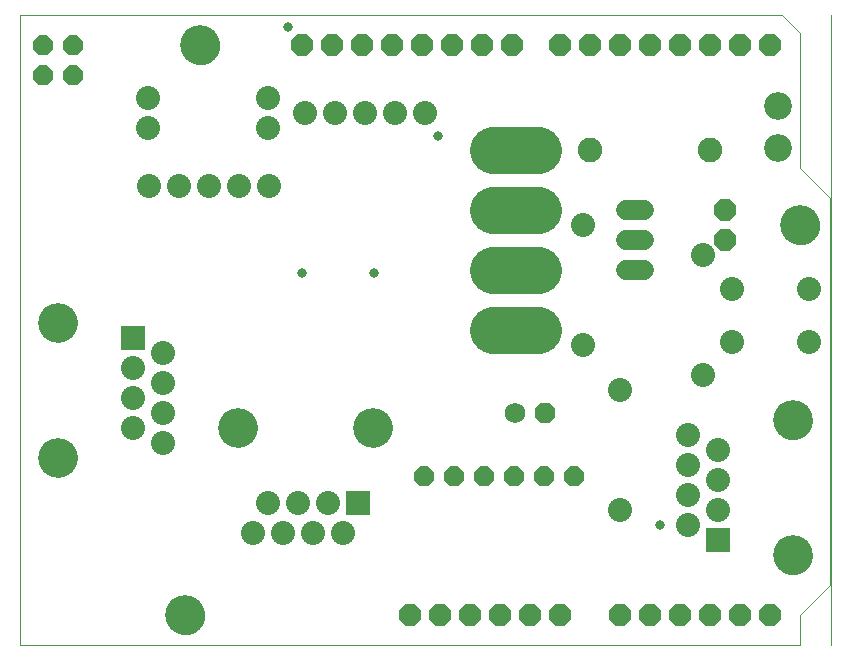
<source format=gts>
G75*
%MOIN*%
%OFA0B0*%
%FSLAX25Y25*%
%IPPOS*%
%LPD*%
%AMOC8*
5,1,8,0,0,1.08239X$1,22.5*
%
%ADD10C,0.00000*%
%ADD11OC8,0.07200*%
%ADD12C,0.13198*%
%ADD13C,0.08000*%
%ADD14R,0.08000X0.08000*%
%ADD15C,0.09200*%
%ADD16C,0.06600*%
%ADD17OC8,0.06600*%
%ADD18OC8,0.06900*%
%ADD19C,0.06900*%
%ADD20C,0.15600*%
%ADD21C,0.08200*%
%ADD22C,0.03300*%
D10*
X0031420Y0005000D02*
X0031420Y0215000D01*
X0285420Y0215000D01*
X0291420Y0209000D01*
X0291420Y0164000D01*
X0301420Y0154000D01*
X0301420Y0025000D01*
X0291420Y0015000D01*
X0291420Y0005000D01*
X0031420Y0005000D01*
X0031420Y0214961D01*
X0085121Y0205000D02*
X0085123Y0205158D01*
X0085129Y0205316D01*
X0085139Y0205474D01*
X0085153Y0205632D01*
X0085171Y0205789D01*
X0085192Y0205946D01*
X0085218Y0206102D01*
X0085248Y0206258D01*
X0085281Y0206413D01*
X0085319Y0206566D01*
X0085360Y0206719D01*
X0085405Y0206871D01*
X0085454Y0207022D01*
X0085507Y0207171D01*
X0085563Y0207319D01*
X0085623Y0207465D01*
X0085687Y0207610D01*
X0085755Y0207753D01*
X0085826Y0207895D01*
X0085900Y0208035D01*
X0085978Y0208172D01*
X0086060Y0208308D01*
X0086144Y0208442D01*
X0086233Y0208573D01*
X0086324Y0208702D01*
X0086419Y0208829D01*
X0086516Y0208954D01*
X0086617Y0209076D01*
X0086721Y0209195D01*
X0086828Y0209312D01*
X0086938Y0209426D01*
X0087051Y0209537D01*
X0087166Y0209646D01*
X0087284Y0209751D01*
X0087405Y0209853D01*
X0087528Y0209953D01*
X0087654Y0210049D01*
X0087782Y0210142D01*
X0087912Y0210232D01*
X0088045Y0210318D01*
X0088180Y0210402D01*
X0088316Y0210481D01*
X0088455Y0210558D01*
X0088596Y0210630D01*
X0088738Y0210700D01*
X0088882Y0210765D01*
X0089028Y0210827D01*
X0089175Y0210885D01*
X0089324Y0210940D01*
X0089474Y0210991D01*
X0089625Y0211038D01*
X0089777Y0211081D01*
X0089930Y0211120D01*
X0090085Y0211156D01*
X0090240Y0211187D01*
X0090396Y0211215D01*
X0090552Y0211239D01*
X0090709Y0211259D01*
X0090867Y0211275D01*
X0091024Y0211287D01*
X0091183Y0211295D01*
X0091341Y0211299D01*
X0091499Y0211299D01*
X0091657Y0211295D01*
X0091816Y0211287D01*
X0091973Y0211275D01*
X0092131Y0211259D01*
X0092288Y0211239D01*
X0092444Y0211215D01*
X0092600Y0211187D01*
X0092755Y0211156D01*
X0092910Y0211120D01*
X0093063Y0211081D01*
X0093215Y0211038D01*
X0093366Y0210991D01*
X0093516Y0210940D01*
X0093665Y0210885D01*
X0093812Y0210827D01*
X0093958Y0210765D01*
X0094102Y0210700D01*
X0094244Y0210630D01*
X0094385Y0210558D01*
X0094524Y0210481D01*
X0094660Y0210402D01*
X0094795Y0210318D01*
X0094928Y0210232D01*
X0095058Y0210142D01*
X0095186Y0210049D01*
X0095312Y0209953D01*
X0095435Y0209853D01*
X0095556Y0209751D01*
X0095674Y0209646D01*
X0095789Y0209537D01*
X0095902Y0209426D01*
X0096012Y0209312D01*
X0096119Y0209195D01*
X0096223Y0209076D01*
X0096324Y0208954D01*
X0096421Y0208829D01*
X0096516Y0208702D01*
X0096607Y0208573D01*
X0096696Y0208442D01*
X0096780Y0208308D01*
X0096862Y0208172D01*
X0096940Y0208035D01*
X0097014Y0207895D01*
X0097085Y0207753D01*
X0097153Y0207610D01*
X0097217Y0207465D01*
X0097277Y0207319D01*
X0097333Y0207171D01*
X0097386Y0207022D01*
X0097435Y0206871D01*
X0097480Y0206719D01*
X0097521Y0206566D01*
X0097559Y0206413D01*
X0097592Y0206258D01*
X0097622Y0206102D01*
X0097648Y0205946D01*
X0097669Y0205789D01*
X0097687Y0205632D01*
X0097701Y0205474D01*
X0097711Y0205316D01*
X0097717Y0205158D01*
X0097719Y0205000D01*
X0097717Y0204842D01*
X0097711Y0204684D01*
X0097701Y0204526D01*
X0097687Y0204368D01*
X0097669Y0204211D01*
X0097648Y0204054D01*
X0097622Y0203898D01*
X0097592Y0203742D01*
X0097559Y0203587D01*
X0097521Y0203434D01*
X0097480Y0203281D01*
X0097435Y0203129D01*
X0097386Y0202978D01*
X0097333Y0202829D01*
X0097277Y0202681D01*
X0097217Y0202535D01*
X0097153Y0202390D01*
X0097085Y0202247D01*
X0097014Y0202105D01*
X0096940Y0201965D01*
X0096862Y0201828D01*
X0096780Y0201692D01*
X0096696Y0201558D01*
X0096607Y0201427D01*
X0096516Y0201298D01*
X0096421Y0201171D01*
X0096324Y0201046D01*
X0096223Y0200924D01*
X0096119Y0200805D01*
X0096012Y0200688D01*
X0095902Y0200574D01*
X0095789Y0200463D01*
X0095674Y0200354D01*
X0095556Y0200249D01*
X0095435Y0200147D01*
X0095312Y0200047D01*
X0095186Y0199951D01*
X0095058Y0199858D01*
X0094928Y0199768D01*
X0094795Y0199682D01*
X0094660Y0199598D01*
X0094524Y0199519D01*
X0094385Y0199442D01*
X0094244Y0199370D01*
X0094102Y0199300D01*
X0093958Y0199235D01*
X0093812Y0199173D01*
X0093665Y0199115D01*
X0093516Y0199060D01*
X0093366Y0199009D01*
X0093215Y0198962D01*
X0093063Y0198919D01*
X0092910Y0198880D01*
X0092755Y0198844D01*
X0092600Y0198813D01*
X0092444Y0198785D01*
X0092288Y0198761D01*
X0092131Y0198741D01*
X0091973Y0198725D01*
X0091816Y0198713D01*
X0091657Y0198705D01*
X0091499Y0198701D01*
X0091341Y0198701D01*
X0091183Y0198705D01*
X0091024Y0198713D01*
X0090867Y0198725D01*
X0090709Y0198741D01*
X0090552Y0198761D01*
X0090396Y0198785D01*
X0090240Y0198813D01*
X0090085Y0198844D01*
X0089930Y0198880D01*
X0089777Y0198919D01*
X0089625Y0198962D01*
X0089474Y0199009D01*
X0089324Y0199060D01*
X0089175Y0199115D01*
X0089028Y0199173D01*
X0088882Y0199235D01*
X0088738Y0199300D01*
X0088596Y0199370D01*
X0088455Y0199442D01*
X0088316Y0199519D01*
X0088180Y0199598D01*
X0088045Y0199682D01*
X0087912Y0199768D01*
X0087782Y0199858D01*
X0087654Y0199951D01*
X0087528Y0200047D01*
X0087405Y0200147D01*
X0087284Y0200249D01*
X0087166Y0200354D01*
X0087051Y0200463D01*
X0086938Y0200574D01*
X0086828Y0200688D01*
X0086721Y0200805D01*
X0086617Y0200924D01*
X0086516Y0201046D01*
X0086419Y0201171D01*
X0086324Y0201298D01*
X0086233Y0201427D01*
X0086144Y0201558D01*
X0086060Y0201692D01*
X0085978Y0201828D01*
X0085900Y0201965D01*
X0085826Y0202105D01*
X0085755Y0202247D01*
X0085687Y0202390D01*
X0085623Y0202535D01*
X0085563Y0202681D01*
X0085507Y0202829D01*
X0085454Y0202978D01*
X0085405Y0203129D01*
X0085360Y0203281D01*
X0085319Y0203434D01*
X0085281Y0203587D01*
X0085248Y0203742D01*
X0085218Y0203898D01*
X0085192Y0204054D01*
X0085171Y0204211D01*
X0085153Y0204368D01*
X0085139Y0204526D01*
X0085129Y0204684D01*
X0085123Y0204842D01*
X0085121Y0205000D01*
X0037621Y0112500D02*
X0037623Y0112658D01*
X0037629Y0112816D01*
X0037639Y0112974D01*
X0037653Y0113132D01*
X0037671Y0113289D01*
X0037692Y0113446D01*
X0037718Y0113602D01*
X0037748Y0113758D01*
X0037781Y0113913D01*
X0037819Y0114066D01*
X0037860Y0114219D01*
X0037905Y0114371D01*
X0037954Y0114522D01*
X0038007Y0114671D01*
X0038063Y0114819D01*
X0038123Y0114965D01*
X0038187Y0115110D01*
X0038255Y0115253D01*
X0038326Y0115395D01*
X0038400Y0115535D01*
X0038478Y0115672D01*
X0038560Y0115808D01*
X0038644Y0115942D01*
X0038733Y0116073D01*
X0038824Y0116202D01*
X0038919Y0116329D01*
X0039016Y0116454D01*
X0039117Y0116576D01*
X0039221Y0116695D01*
X0039328Y0116812D01*
X0039438Y0116926D01*
X0039551Y0117037D01*
X0039666Y0117146D01*
X0039784Y0117251D01*
X0039905Y0117353D01*
X0040028Y0117453D01*
X0040154Y0117549D01*
X0040282Y0117642D01*
X0040412Y0117732D01*
X0040545Y0117818D01*
X0040680Y0117902D01*
X0040816Y0117981D01*
X0040955Y0118058D01*
X0041096Y0118130D01*
X0041238Y0118200D01*
X0041382Y0118265D01*
X0041528Y0118327D01*
X0041675Y0118385D01*
X0041824Y0118440D01*
X0041974Y0118491D01*
X0042125Y0118538D01*
X0042277Y0118581D01*
X0042430Y0118620D01*
X0042585Y0118656D01*
X0042740Y0118687D01*
X0042896Y0118715D01*
X0043052Y0118739D01*
X0043209Y0118759D01*
X0043367Y0118775D01*
X0043524Y0118787D01*
X0043683Y0118795D01*
X0043841Y0118799D01*
X0043999Y0118799D01*
X0044157Y0118795D01*
X0044316Y0118787D01*
X0044473Y0118775D01*
X0044631Y0118759D01*
X0044788Y0118739D01*
X0044944Y0118715D01*
X0045100Y0118687D01*
X0045255Y0118656D01*
X0045410Y0118620D01*
X0045563Y0118581D01*
X0045715Y0118538D01*
X0045866Y0118491D01*
X0046016Y0118440D01*
X0046165Y0118385D01*
X0046312Y0118327D01*
X0046458Y0118265D01*
X0046602Y0118200D01*
X0046744Y0118130D01*
X0046885Y0118058D01*
X0047024Y0117981D01*
X0047160Y0117902D01*
X0047295Y0117818D01*
X0047428Y0117732D01*
X0047558Y0117642D01*
X0047686Y0117549D01*
X0047812Y0117453D01*
X0047935Y0117353D01*
X0048056Y0117251D01*
X0048174Y0117146D01*
X0048289Y0117037D01*
X0048402Y0116926D01*
X0048512Y0116812D01*
X0048619Y0116695D01*
X0048723Y0116576D01*
X0048824Y0116454D01*
X0048921Y0116329D01*
X0049016Y0116202D01*
X0049107Y0116073D01*
X0049196Y0115942D01*
X0049280Y0115808D01*
X0049362Y0115672D01*
X0049440Y0115535D01*
X0049514Y0115395D01*
X0049585Y0115253D01*
X0049653Y0115110D01*
X0049717Y0114965D01*
X0049777Y0114819D01*
X0049833Y0114671D01*
X0049886Y0114522D01*
X0049935Y0114371D01*
X0049980Y0114219D01*
X0050021Y0114066D01*
X0050059Y0113913D01*
X0050092Y0113758D01*
X0050122Y0113602D01*
X0050148Y0113446D01*
X0050169Y0113289D01*
X0050187Y0113132D01*
X0050201Y0112974D01*
X0050211Y0112816D01*
X0050217Y0112658D01*
X0050219Y0112500D01*
X0050217Y0112342D01*
X0050211Y0112184D01*
X0050201Y0112026D01*
X0050187Y0111868D01*
X0050169Y0111711D01*
X0050148Y0111554D01*
X0050122Y0111398D01*
X0050092Y0111242D01*
X0050059Y0111087D01*
X0050021Y0110934D01*
X0049980Y0110781D01*
X0049935Y0110629D01*
X0049886Y0110478D01*
X0049833Y0110329D01*
X0049777Y0110181D01*
X0049717Y0110035D01*
X0049653Y0109890D01*
X0049585Y0109747D01*
X0049514Y0109605D01*
X0049440Y0109465D01*
X0049362Y0109328D01*
X0049280Y0109192D01*
X0049196Y0109058D01*
X0049107Y0108927D01*
X0049016Y0108798D01*
X0048921Y0108671D01*
X0048824Y0108546D01*
X0048723Y0108424D01*
X0048619Y0108305D01*
X0048512Y0108188D01*
X0048402Y0108074D01*
X0048289Y0107963D01*
X0048174Y0107854D01*
X0048056Y0107749D01*
X0047935Y0107647D01*
X0047812Y0107547D01*
X0047686Y0107451D01*
X0047558Y0107358D01*
X0047428Y0107268D01*
X0047295Y0107182D01*
X0047160Y0107098D01*
X0047024Y0107019D01*
X0046885Y0106942D01*
X0046744Y0106870D01*
X0046602Y0106800D01*
X0046458Y0106735D01*
X0046312Y0106673D01*
X0046165Y0106615D01*
X0046016Y0106560D01*
X0045866Y0106509D01*
X0045715Y0106462D01*
X0045563Y0106419D01*
X0045410Y0106380D01*
X0045255Y0106344D01*
X0045100Y0106313D01*
X0044944Y0106285D01*
X0044788Y0106261D01*
X0044631Y0106241D01*
X0044473Y0106225D01*
X0044316Y0106213D01*
X0044157Y0106205D01*
X0043999Y0106201D01*
X0043841Y0106201D01*
X0043683Y0106205D01*
X0043524Y0106213D01*
X0043367Y0106225D01*
X0043209Y0106241D01*
X0043052Y0106261D01*
X0042896Y0106285D01*
X0042740Y0106313D01*
X0042585Y0106344D01*
X0042430Y0106380D01*
X0042277Y0106419D01*
X0042125Y0106462D01*
X0041974Y0106509D01*
X0041824Y0106560D01*
X0041675Y0106615D01*
X0041528Y0106673D01*
X0041382Y0106735D01*
X0041238Y0106800D01*
X0041096Y0106870D01*
X0040955Y0106942D01*
X0040816Y0107019D01*
X0040680Y0107098D01*
X0040545Y0107182D01*
X0040412Y0107268D01*
X0040282Y0107358D01*
X0040154Y0107451D01*
X0040028Y0107547D01*
X0039905Y0107647D01*
X0039784Y0107749D01*
X0039666Y0107854D01*
X0039551Y0107963D01*
X0039438Y0108074D01*
X0039328Y0108188D01*
X0039221Y0108305D01*
X0039117Y0108424D01*
X0039016Y0108546D01*
X0038919Y0108671D01*
X0038824Y0108798D01*
X0038733Y0108927D01*
X0038644Y0109058D01*
X0038560Y0109192D01*
X0038478Y0109328D01*
X0038400Y0109465D01*
X0038326Y0109605D01*
X0038255Y0109747D01*
X0038187Y0109890D01*
X0038123Y0110035D01*
X0038063Y0110181D01*
X0038007Y0110329D01*
X0037954Y0110478D01*
X0037905Y0110629D01*
X0037860Y0110781D01*
X0037819Y0110934D01*
X0037781Y0111087D01*
X0037748Y0111242D01*
X0037718Y0111398D01*
X0037692Y0111554D01*
X0037671Y0111711D01*
X0037653Y0111868D01*
X0037639Y0112026D01*
X0037629Y0112184D01*
X0037623Y0112342D01*
X0037621Y0112500D01*
X0097621Y0077500D02*
X0097623Y0077658D01*
X0097629Y0077816D01*
X0097639Y0077974D01*
X0097653Y0078132D01*
X0097671Y0078289D01*
X0097692Y0078446D01*
X0097718Y0078602D01*
X0097748Y0078758D01*
X0097781Y0078913D01*
X0097819Y0079066D01*
X0097860Y0079219D01*
X0097905Y0079371D01*
X0097954Y0079522D01*
X0098007Y0079671D01*
X0098063Y0079819D01*
X0098123Y0079965D01*
X0098187Y0080110D01*
X0098255Y0080253D01*
X0098326Y0080395D01*
X0098400Y0080535D01*
X0098478Y0080672D01*
X0098560Y0080808D01*
X0098644Y0080942D01*
X0098733Y0081073D01*
X0098824Y0081202D01*
X0098919Y0081329D01*
X0099016Y0081454D01*
X0099117Y0081576D01*
X0099221Y0081695D01*
X0099328Y0081812D01*
X0099438Y0081926D01*
X0099551Y0082037D01*
X0099666Y0082146D01*
X0099784Y0082251D01*
X0099905Y0082353D01*
X0100028Y0082453D01*
X0100154Y0082549D01*
X0100282Y0082642D01*
X0100412Y0082732D01*
X0100545Y0082818D01*
X0100680Y0082902D01*
X0100816Y0082981D01*
X0100955Y0083058D01*
X0101096Y0083130D01*
X0101238Y0083200D01*
X0101382Y0083265D01*
X0101528Y0083327D01*
X0101675Y0083385D01*
X0101824Y0083440D01*
X0101974Y0083491D01*
X0102125Y0083538D01*
X0102277Y0083581D01*
X0102430Y0083620D01*
X0102585Y0083656D01*
X0102740Y0083687D01*
X0102896Y0083715D01*
X0103052Y0083739D01*
X0103209Y0083759D01*
X0103367Y0083775D01*
X0103524Y0083787D01*
X0103683Y0083795D01*
X0103841Y0083799D01*
X0103999Y0083799D01*
X0104157Y0083795D01*
X0104316Y0083787D01*
X0104473Y0083775D01*
X0104631Y0083759D01*
X0104788Y0083739D01*
X0104944Y0083715D01*
X0105100Y0083687D01*
X0105255Y0083656D01*
X0105410Y0083620D01*
X0105563Y0083581D01*
X0105715Y0083538D01*
X0105866Y0083491D01*
X0106016Y0083440D01*
X0106165Y0083385D01*
X0106312Y0083327D01*
X0106458Y0083265D01*
X0106602Y0083200D01*
X0106744Y0083130D01*
X0106885Y0083058D01*
X0107024Y0082981D01*
X0107160Y0082902D01*
X0107295Y0082818D01*
X0107428Y0082732D01*
X0107558Y0082642D01*
X0107686Y0082549D01*
X0107812Y0082453D01*
X0107935Y0082353D01*
X0108056Y0082251D01*
X0108174Y0082146D01*
X0108289Y0082037D01*
X0108402Y0081926D01*
X0108512Y0081812D01*
X0108619Y0081695D01*
X0108723Y0081576D01*
X0108824Y0081454D01*
X0108921Y0081329D01*
X0109016Y0081202D01*
X0109107Y0081073D01*
X0109196Y0080942D01*
X0109280Y0080808D01*
X0109362Y0080672D01*
X0109440Y0080535D01*
X0109514Y0080395D01*
X0109585Y0080253D01*
X0109653Y0080110D01*
X0109717Y0079965D01*
X0109777Y0079819D01*
X0109833Y0079671D01*
X0109886Y0079522D01*
X0109935Y0079371D01*
X0109980Y0079219D01*
X0110021Y0079066D01*
X0110059Y0078913D01*
X0110092Y0078758D01*
X0110122Y0078602D01*
X0110148Y0078446D01*
X0110169Y0078289D01*
X0110187Y0078132D01*
X0110201Y0077974D01*
X0110211Y0077816D01*
X0110217Y0077658D01*
X0110219Y0077500D01*
X0110217Y0077342D01*
X0110211Y0077184D01*
X0110201Y0077026D01*
X0110187Y0076868D01*
X0110169Y0076711D01*
X0110148Y0076554D01*
X0110122Y0076398D01*
X0110092Y0076242D01*
X0110059Y0076087D01*
X0110021Y0075934D01*
X0109980Y0075781D01*
X0109935Y0075629D01*
X0109886Y0075478D01*
X0109833Y0075329D01*
X0109777Y0075181D01*
X0109717Y0075035D01*
X0109653Y0074890D01*
X0109585Y0074747D01*
X0109514Y0074605D01*
X0109440Y0074465D01*
X0109362Y0074328D01*
X0109280Y0074192D01*
X0109196Y0074058D01*
X0109107Y0073927D01*
X0109016Y0073798D01*
X0108921Y0073671D01*
X0108824Y0073546D01*
X0108723Y0073424D01*
X0108619Y0073305D01*
X0108512Y0073188D01*
X0108402Y0073074D01*
X0108289Y0072963D01*
X0108174Y0072854D01*
X0108056Y0072749D01*
X0107935Y0072647D01*
X0107812Y0072547D01*
X0107686Y0072451D01*
X0107558Y0072358D01*
X0107428Y0072268D01*
X0107295Y0072182D01*
X0107160Y0072098D01*
X0107024Y0072019D01*
X0106885Y0071942D01*
X0106744Y0071870D01*
X0106602Y0071800D01*
X0106458Y0071735D01*
X0106312Y0071673D01*
X0106165Y0071615D01*
X0106016Y0071560D01*
X0105866Y0071509D01*
X0105715Y0071462D01*
X0105563Y0071419D01*
X0105410Y0071380D01*
X0105255Y0071344D01*
X0105100Y0071313D01*
X0104944Y0071285D01*
X0104788Y0071261D01*
X0104631Y0071241D01*
X0104473Y0071225D01*
X0104316Y0071213D01*
X0104157Y0071205D01*
X0103999Y0071201D01*
X0103841Y0071201D01*
X0103683Y0071205D01*
X0103524Y0071213D01*
X0103367Y0071225D01*
X0103209Y0071241D01*
X0103052Y0071261D01*
X0102896Y0071285D01*
X0102740Y0071313D01*
X0102585Y0071344D01*
X0102430Y0071380D01*
X0102277Y0071419D01*
X0102125Y0071462D01*
X0101974Y0071509D01*
X0101824Y0071560D01*
X0101675Y0071615D01*
X0101528Y0071673D01*
X0101382Y0071735D01*
X0101238Y0071800D01*
X0101096Y0071870D01*
X0100955Y0071942D01*
X0100816Y0072019D01*
X0100680Y0072098D01*
X0100545Y0072182D01*
X0100412Y0072268D01*
X0100282Y0072358D01*
X0100154Y0072451D01*
X0100028Y0072547D01*
X0099905Y0072647D01*
X0099784Y0072749D01*
X0099666Y0072854D01*
X0099551Y0072963D01*
X0099438Y0073074D01*
X0099328Y0073188D01*
X0099221Y0073305D01*
X0099117Y0073424D01*
X0099016Y0073546D01*
X0098919Y0073671D01*
X0098824Y0073798D01*
X0098733Y0073927D01*
X0098644Y0074058D01*
X0098560Y0074192D01*
X0098478Y0074328D01*
X0098400Y0074465D01*
X0098326Y0074605D01*
X0098255Y0074747D01*
X0098187Y0074890D01*
X0098123Y0075035D01*
X0098063Y0075181D01*
X0098007Y0075329D01*
X0097954Y0075478D01*
X0097905Y0075629D01*
X0097860Y0075781D01*
X0097819Y0075934D01*
X0097781Y0076087D01*
X0097748Y0076242D01*
X0097718Y0076398D01*
X0097692Y0076554D01*
X0097671Y0076711D01*
X0097653Y0076868D01*
X0097639Y0077026D01*
X0097629Y0077184D01*
X0097623Y0077342D01*
X0097621Y0077500D01*
X0142621Y0077500D02*
X0142623Y0077658D01*
X0142629Y0077816D01*
X0142639Y0077974D01*
X0142653Y0078132D01*
X0142671Y0078289D01*
X0142692Y0078446D01*
X0142718Y0078602D01*
X0142748Y0078758D01*
X0142781Y0078913D01*
X0142819Y0079066D01*
X0142860Y0079219D01*
X0142905Y0079371D01*
X0142954Y0079522D01*
X0143007Y0079671D01*
X0143063Y0079819D01*
X0143123Y0079965D01*
X0143187Y0080110D01*
X0143255Y0080253D01*
X0143326Y0080395D01*
X0143400Y0080535D01*
X0143478Y0080672D01*
X0143560Y0080808D01*
X0143644Y0080942D01*
X0143733Y0081073D01*
X0143824Y0081202D01*
X0143919Y0081329D01*
X0144016Y0081454D01*
X0144117Y0081576D01*
X0144221Y0081695D01*
X0144328Y0081812D01*
X0144438Y0081926D01*
X0144551Y0082037D01*
X0144666Y0082146D01*
X0144784Y0082251D01*
X0144905Y0082353D01*
X0145028Y0082453D01*
X0145154Y0082549D01*
X0145282Y0082642D01*
X0145412Y0082732D01*
X0145545Y0082818D01*
X0145680Y0082902D01*
X0145816Y0082981D01*
X0145955Y0083058D01*
X0146096Y0083130D01*
X0146238Y0083200D01*
X0146382Y0083265D01*
X0146528Y0083327D01*
X0146675Y0083385D01*
X0146824Y0083440D01*
X0146974Y0083491D01*
X0147125Y0083538D01*
X0147277Y0083581D01*
X0147430Y0083620D01*
X0147585Y0083656D01*
X0147740Y0083687D01*
X0147896Y0083715D01*
X0148052Y0083739D01*
X0148209Y0083759D01*
X0148367Y0083775D01*
X0148524Y0083787D01*
X0148683Y0083795D01*
X0148841Y0083799D01*
X0148999Y0083799D01*
X0149157Y0083795D01*
X0149316Y0083787D01*
X0149473Y0083775D01*
X0149631Y0083759D01*
X0149788Y0083739D01*
X0149944Y0083715D01*
X0150100Y0083687D01*
X0150255Y0083656D01*
X0150410Y0083620D01*
X0150563Y0083581D01*
X0150715Y0083538D01*
X0150866Y0083491D01*
X0151016Y0083440D01*
X0151165Y0083385D01*
X0151312Y0083327D01*
X0151458Y0083265D01*
X0151602Y0083200D01*
X0151744Y0083130D01*
X0151885Y0083058D01*
X0152024Y0082981D01*
X0152160Y0082902D01*
X0152295Y0082818D01*
X0152428Y0082732D01*
X0152558Y0082642D01*
X0152686Y0082549D01*
X0152812Y0082453D01*
X0152935Y0082353D01*
X0153056Y0082251D01*
X0153174Y0082146D01*
X0153289Y0082037D01*
X0153402Y0081926D01*
X0153512Y0081812D01*
X0153619Y0081695D01*
X0153723Y0081576D01*
X0153824Y0081454D01*
X0153921Y0081329D01*
X0154016Y0081202D01*
X0154107Y0081073D01*
X0154196Y0080942D01*
X0154280Y0080808D01*
X0154362Y0080672D01*
X0154440Y0080535D01*
X0154514Y0080395D01*
X0154585Y0080253D01*
X0154653Y0080110D01*
X0154717Y0079965D01*
X0154777Y0079819D01*
X0154833Y0079671D01*
X0154886Y0079522D01*
X0154935Y0079371D01*
X0154980Y0079219D01*
X0155021Y0079066D01*
X0155059Y0078913D01*
X0155092Y0078758D01*
X0155122Y0078602D01*
X0155148Y0078446D01*
X0155169Y0078289D01*
X0155187Y0078132D01*
X0155201Y0077974D01*
X0155211Y0077816D01*
X0155217Y0077658D01*
X0155219Y0077500D01*
X0155217Y0077342D01*
X0155211Y0077184D01*
X0155201Y0077026D01*
X0155187Y0076868D01*
X0155169Y0076711D01*
X0155148Y0076554D01*
X0155122Y0076398D01*
X0155092Y0076242D01*
X0155059Y0076087D01*
X0155021Y0075934D01*
X0154980Y0075781D01*
X0154935Y0075629D01*
X0154886Y0075478D01*
X0154833Y0075329D01*
X0154777Y0075181D01*
X0154717Y0075035D01*
X0154653Y0074890D01*
X0154585Y0074747D01*
X0154514Y0074605D01*
X0154440Y0074465D01*
X0154362Y0074328D01*
X0154280Y0074192D01*
X0154196Y0074058D01*
X0154107Y0073927D01*
X0154016Y0073798D01*
X0153921Y0073671D01*
X0153824Y0073546D01*
X0153723Y0073424D01*
X0153619Y0073305D01*
X0153512Y0073188D01*
X0153402Y0073074D01*
X0153289Y0072963D01*
X0153174Y0072854D01*
X0153056Y0072749D01*
X0152935Y0072647D01*
X0152812Y0072547D01*
X0152686Y0072451D01*
X0152558Y0072358D01*
X0152428Y0072268D01*
X0152295Y0072182D01*
X0152160Y0072098D01*
X0152024Y0072019D01*
X0151885Y0071942D01*
X0151744Y0071870D01*
X0151602Y0071800D01*
X0151458Y0071735D01*
X0151312Y0071673D01*
X0151165Y0071615D01*
X0151016Y0071560D01*
X0150866Y0071509D01*
X0150715Y0071462D01*
X0150563Y0071419D01*
X0150410Y0071380D01*
X0150255Y0071344D01*
X0150100Y0071313D01*
X0149944Y0071285D01*
X0149788Y0071261D01*
X0149631Y0071241D01*
X0149473Y0071225D01*
X0149316Y0071213D01*
X0149157Y0071205D01*
X0148999Y0071201D01*
X0148841Y0071201D01*
X0148683Y0071205D01*
X0148524Y0071213D01*
X0148367Y0071225D01*
X0148209Y0071241D01*
X0148052Y0071261D01*
X0147896Y0071285D01*
X0147740Y0071313D01*
X0147585Y0071344D01*
X0147430Y0071380D01*
X0147277Y0071419D01*
X0147125Y0071462D01*
X0146974Y0071509D01*
X0146824Y0071560D01*
X0146675Y0071615D01*
X0146528Y0071673D01*
X0146382Y0071735D01*
X0146238Y0071800D01*
X0146096Y0071870D01*
X0145955Y0071942D01*
X0145816Y0072019D01*
X0145680Y0072098D01*
X0145545Y0072182D01*
X0145412Y0072268D01*
X0145282Y0072358D01*
X0145154Y0072451D01*
X0145028Y0072547D01*
X0144905Y0072647D01*
X0144784Y0072749D01*
X0144666Y0072854D01*
X0144551Y0072963D01*
X0144438Y0073074D01*
X0144328Y0073188D01*
X0144221Y0073305D01*
X0144117Y0073424D01*
X0144016Y0073546D01*
X0143919Y0073671D01*
X0143824Y0073798D01*
X0143733Y0073927D01*
X0143644Y0074058D01*
X0143560Y0074192D01*
X0143478Y0074328D01*
X0143400Y0074465D01*
X0143326Y0074605D01*
X0143255Y0074747D01*
X0143187Y0074890D01*
X0143123Y0075035D01*
X0143063Y0075181D01*
X0143007Y0075329D01*
X0142954Y0075478D01*
X0142905Y0075629D01*
X0142860Y0075781D01*
X0142819Y0075934D01*
X0142781Y0076087D01*
X0142748Y0076242D01*
X0142718Y0076398D01*
X0142692Y0076554D01*
X0142671Y0076711D01*
X0142653Y0076868D01*
X0142639Y0077026D01*
X0142629Y0077184D01*
X0142623Y0077342D01*
X0142621Y0077500D01*
X0080121Y0015000D02*
X0080123Y0015158D01*
X0080129Y0015316D01*
X0080139Y0015474D01*
X0080153Y0015632D01*
X0080171Y0015789D01*
X0080192Y0015946D01*
X0080218Y0016102D01*
X0080248Y0016258D01*
X0080281Y0016413D01*
X0080319Y0016566D01*
X0080360Y0016719D01*
X0080405Y0016871D01*
X0080454Y0017022D01*
X0080507Y0017171D01*
X0080563Y0017319D01*
X0080623Y0017465D01*
X0080687Y0017610D01*
X0080755Y0017753D01*
X0080826Y0017895D01*
X0080900Y0018035D01*
X0080978Y0018172D01*
X0081060Y0018308D01*
X0081144Y0018442D01*
X0081233Y0018573D01*
X0081324Y0018702D01*
X0081419Y0018829D01*
X0081516Y0018954D01*
X0081617Y0019076D01*
X0081721Y0019195D01*
X0081828Y0019312D01*
X0081938Y0019426D01*
X0082051Y0019537D01*
X0082166Y0019646D01*
X0082284Y0019751D01*
X0082405Y0019853D01*
X0082528Y0019953D01*
X0082654Y0020049D01*
X0082782Y0020142D01*
X0082912Y0020232D01*
X0083045Y0020318D01*
X0083180Y0020402D01*
X0083316Y0020481D01*
X0083455Y0020558D01*
X0083596Y0020630D01*
X0083738Y0020700D01*
X0083882Y0020765D01*
X0084028Y0020827D01*
X0084175Y0020885D01*
X0084324Y0020940D01*
X0084474Y0020991D01*
X0084625Y0021038D01*
X0084777Y0021081D01*
X0084930Y0021120D01*
X0085085Y0021156D01*
X0085240Y0021187D01*
X0085396Y0021215D01*
X0085552Y0021239D01*
X0085709Y0021259D01*
X0085867Y0021275D01*
X0086024Y0021287D01*
X0086183Y0021295D01*
X0086341Y0021299D01*
X0086499Y0021299D01*
X0086657Y0021295D01*
X0086816Y0021287D01*
X0086973Y0021275D01*
X0087131Y0021259D01*
X0087288Y0021239D01*
X0087444Y0021215D01*
X0087600Y0021187D01*
X0087755Y0021156D01*
X0087910Y0021120D01*
X0088063Y0021081D01*
X0088215Y0021038D01*
X0088366Y0020991D01*
X0088516Y0020940D01*
X0088665Y0020885D01*
X0088812Y0020827D01*
X0088958Y0020765D01*
X0089102Y0020700D01*
X0089244Y0020630D01*
X0089385Y0020558D01*
X0089524Y0020481D01*
X0089660Y0020402D01*
X0089795Y0020318D01*
X0089928Y0020232D01*
X0090058Y0020142D01*
X0090186Y0020049D01*
X0090312Y0019953D01*
X0090435Y0019853D01*
X0090556Y0019751D01*
X0090674Y0019646D01*
X0090789Y0019537D01*
X0090902Y0019426D01*
X0091012Y0019312D01*
X0091119Y0019195D01*
X0091223Y0019076D01*
X0091324Y0018954D01*
X0091421Y0018829D01*
X0091516Y0018702D01*
X0091607Y0018573D01*
X0091696Y0018442D01*
X0091780Y0018308D01*
X0091862Y0018172D01*
X0091940Y0018035D01*
X0092014Y0017895D01*
X0092085Y0017753D01*
X0092153Y0017610D01*
X0092217Y0017465D01*
X0092277Y0017319D01*
X0092333Y0017171D01*
X0092386Y0017022D01*
X0092435Y0016871D01*
X0092480Y0016719D01*
X0092521Y0016566D01*
X0092559Y0016413D01*
X0092592Y0016258D01*
X0092622Y0016102D01*
X0092648Y0015946D01*
X0092669Y0015789D01*
X0092687Y0015632D01*
X0092701Y0015474D01*
X0092711Y0015316D01*
X0092717Y0015158D01*
X0092719Y0015000D01*
X0092717Y0014842D01*
X0092711Y0014684D01*
X0092701Y0014526D01*
X0092687Y0014368D01*
X0092669Y0014211D01*
X0092648Y0014054D01*
X0092622Y0013898D01*
X0092592Y0013742D01*
X0092559Y0013587D01*
X0092521Y0013434D01*
X0092480Y0013281D01*
X0092435Y0013129D01*
X0092386Y0012978D01*
X0092333Y0012829D01*
X0092277Y0012681D01*
X0092217Y0012535D01*
X0092153Y0012390D01*
X0092085Y0012247D01*
X0092014Y0012105D01*
X0091940Y0011965D01*
X0091862Y0011828D01*
X0091780Y0011692D01*
X0091696Y0011558D01*
X0091607Y0011427D01*
X0091516Y0011298D01*
X0091421Y0011171D01*
X0091324Y0011046D01*
X0091223Y0010924D01*
X0091119Y0010805D01*
X0091012Y0010688D01*
X0090902Y0010574D01*
X0090789Y0010463D01*
X0090674Y0010354D01*
X0090556Y0010249D01*
X0090435Y0010147D01*
X0090312Y0010047D01*
X0090186Y0009951D01*
X0090058Y0009858D01*
X0089928Y0009768D01*
X0089795Y0009682D01*
X0089660Y0009598D01*
X0089524Y0009519D01*
X0089385Y0009442D01*
X0089244Y0009370D01*
X0089102Y0009300D01*
X0088958Y0009235D01*
X0088812Y0009173D01*
X0088665Y0009115D01*
X0088516Y0009060D01*
X0088366Y0009009D01*
X0088215Y0008962D01*
X0088063Y0008919D01*
X0087910Y0008880D01*
X0087755Y0008844D01*
X0087600Y0008813D01*
X0087444Y0008785D01*
X0087288Y0008761D01*
X0087131Y0008741D01*
X0086973Y0008725D01*
X0086816Y0008713D01*
X0086657Y0008705D01*
X0086499Y0008701D01*
X0086341Y0008701D01*
X0086183Y0008705D01*
X0086024Y0008713D01*
X0085867Y0008725D01*
X0085709Y0008741D01*
X0085552Y0008761D01*
X0085396Y0008785D01*
X0085240Y0008813D01*
X0085085Y0008844D01*
X0084930Y0008880D01*
X0084777Y0008919D01*
X0084625Y0008962D01*
X0084474Y0009009D01*
X0084324Y0009060D01*
X0084175Y0009115D01*
X0084028Y0009173D01*
X0083882Y0009235D01*
X0083738Y0009300D01*
X0083596Y0009370D01*
X0083455Y0009442D01*
X0083316Y0009519D01*
X0083180Y0009598D01*
X0083045Y0009682D01*
X0082912Y0009768D01*
X0082782Y0009858D01*
X0082654Y0009951D01*
X0082528Y0010047D01*
X0082405Y0010147D01*
X0082284Y0010249D01*
X0082166Y0010354D01*
X0082051Y0010463D01*
X0081938Y0010574D01*
X0081828Y0010688D01*
X0081721Y0010805D01*
X0081617Y0010924D01*
X0081516Y0011046D01*
X0081419Y0011171D01*
X0081324Y0011298D01*
X0081233Y0011427D01*
X0081144Y0011558D01*
X0081060Y0011692D01*
X0080978Y0011828D01*
X0080900Y0011965D01*
X0080826Y0012105D01*
X0080755Y0012247D01*
X0080687Y0012390D01*
X0080623Y0012535D01*
X0080563Y0012681D01*
X0080507Y0012829D01*
X0080454Y0012978D01*
X0080405Y0013129D01*
X0080360Y0013281D01*
X0080319Y0013434D01*
X0080281Y0013587D01*
X0080248Y0013742D01*
X0080218Y0013898D01*
X0080192Y0014054D01*
X0080171Y0014211D01*
X0080153Y0014368D01*
X0080139Y0014526D01*
X0080129Y0014684D01*
X0080123Y0014842D01*
X0080121Y0015000D01*
X0037621Y0067500D02*
X0037623Y0067658D01*
X0037629Y0067816D01*
X0037639Y0067974D01*
X0037653Y0068132D01*
X0037671Y0068289D01*
X0037692Y0068446D01*
X0037718Y0068602D01*
X0037748Y0068758D01*
X0037781Y0068913D01*
X0037819Y0069066D01*
X0037860Y0069219D01*
X0037905Y0069371D01*
X0037954Y0069522D01*
X0038007Y0069671D01*
X0038063Y0069819D01*
X0038123Y0069965D01*
X0038187Y0070110D01*
X0038255Y0070253D01*
X0038326Y0070395D01*
X0038400Y0070535D01*
X0038478Y0070672D01*
X0038560Y0070808D01*
X0038644Y0070942D01*
X0038733Y0071073D01*
X0038824Y0071202D01*
X0038919Y0071329D01*
X0039016Y0071454D01*
X0039117Y0071576D01*
X0039221Y0071695D01*
X0039328Y0071812D01*
X0039438Y0071926D01*
X0039551Y0072037D01*
X0039666Y0072146D01*
X0039784Y0072251D01*
X0039905Y0072353D01*
X0040028Y0072453D01*
X0040154Y0072549D01*
X0040282Y0072642D01*
X0040412Y0072732D01*
X0040545Y0072818D01*
X0040680Y0072902D01*
X0040816Y0072981D01*
X0040955Y0073058D01*
X0041096Y0073130D01*
X0041238Y0073200D01*
X0041382Y0073265D01*
X0041528Y0073327D01*
X0041675Y0073385D01*
X0041824Y0073440D01*
X0041974Y0073491D01*
X0042125Y0073538D01*
X0042277Y0073581D01*
X0042430Y0073620D01*
X0042585Y0073656D01*
X0042740Y0073687D01*
X0042896Y0073715D01*
X0043052Y0073739D01*
X0043209Y0073759D01*
X0043367Y0073775D01*
X0043524Y0073787D01*
X0043683Y0073795D01*
X0043841Y0073799D01*
X0043999Y0073799D01*
X0044157Y0073795D01*
X0044316Y0073787D01*
X0044473Y0073775D01*
X0044631Y0073759D01*
X0044788Y0073739D01*
X0044944Y0073715D01*
X0045100Y0073687D01*
X0045255Y0073656D01*
X0045410Y0073620D01*
X0045563Y0073581D01*
X0045715Y0073538D01*
X0045866Y0073491D01*
X0046016Y0073440D01*
X0046165Y0073385D01*
X0046312Y0073327D01*
X0046458Y0073265D01*
X0046602Y0073200D01*
X0046744Y0073130D01*
X0046885Y0073058D01*
X0047024Y0072981D01*
X0047160Y0072902D01*
X0047295Y0072818D01*
X0047428Y0072732D01*
X0047558Y0072642D01*
X0047686Y0072549D01*
X0047812Y0072453D01*
X0047935Y0072353D01*
X0048056Y0072251D01*
X0048174Y0072146D01*
X0048289Y0072037D01*
X0048402Y0071926D01*
X0048512Y0071812D01*
X0048619Y0071695D01*
X0048723Y0071576D01*
X0048824Y0071454D01*
X0048921Y0071329D01*
X0049016Y0071202D01*
X0049107Y0071073D01*
X0049196Y0070942D01*
X0049280Y0070808D01*
X0049362Y0070672D01*
X0049440Y0070535D01*
X0049514Y0070395D01*
X0049585Y0070253D01*
X0049653Y0070110D01*
X0049717Y0069965D01*
X0049777Y0069819D01*
X0049833Y0069671D01*
X0049886Y0069522D01*
X0049935Y0069371D01*
X0049980Y0069219D01*
X0050021Y0069066D01*
X0050059Y0068913D01*
X0050092Y0068758D01*
X0050122Y0068602D01*
X0050148Y0068446D01*
X0050169Y0068289D01*
X0050187Y0068132D01*
X0050201Y0067974D01*
X0050211Y0067816D01*
X0050217Y0067658D01*
X0050219Y0067500D01*
X0050217Y0067342D01*
X0050211Y0067184D01*
X0050201Y0067026D01*
X0050187Y0066868D01*
X0050169Y0066711D01*
X0050148Y0066554D01*
X0050122Y0066398D01*
X0050092Y0066242D01*
X0050059Y0066087D01*
X0050021Y0065934D01*
X0049980Y0065781D01*
X0049935Y0065629D01*
X0049886Y0065478D01*
X0049833Y0065329D01*
X0049777Y0065181D01*
X0049717Y0065035D01*
X0049653Y0064890D01*
X0049585Y0064747D01*
X0049514Y0064605D01*
X0049440Y0064465D01*
X0049362Y0064328D01*
X0049280Y0064192D01*
X0049196Y0064058D01*
X0049107Y0063927D01*
X0049016Y0063798D01*
X0048921Y0063671D01*
X0048824Y0063546D01*
X0048723Y0063424D01*
X0048619Y0063305D01*
X0048512Y0063188D01*
X0048402Y0063074D01*
X0048289Y0062963D01*
X0048174Y0062854D01*
X0048056Y0062749D01*
X0047935Y0062647D01*
X0047812Y0062547D01*
X0047686Y0062451D01*
X0047558Y0062358D01*
X0047428Y0062268D01*
X0047295Y0062182D01*
X0047160Y0062098D01*
X0047024Y0062019D01*
X0046885Y0061942D01*
X0046744Y0061870D01*
X0046602Y0061800D01*
X0046458Y0061735D01*
X0046312Y0061673D01*
X0046165Y0061615D01*
X0046016Y0061560D01*
X0045866Y0061509D01*
X0045715Y0061462D01*
X0045563Y0061419D01*
X0045410Y0061380D01*
X0045255Y0061344D01*
X0045100Y0061313D01*
X0044944Y0061285D01*
X0044788Y0061261D01*
X0044631Y0061241D01*
X0044473Y0061225D01*
X0044316Y0061213D01*
X0044157Y0061205D01*
X0043999Y0061201D01*
X0043841Y0061201D01*
X0043683Y0061205D01*
X0043524Y0061213D01*
X0043367Y0061225D01*
X0043209Y0061241D01*
X0043052Y0061261D01*
X0042896Y0061285D01*
X0042740Y0061313D01*
X0042585Y0061344D01*
X0042430Y0061380D01*
X0042277Y0061419D01*
X0042125Y0061462D01*
X0041974Y0061509D01*
X0041824Y0061560D01*
X0041675Y0061615D01*
X0041528Y0061673D01*
X0041382Y0061735D01*
X0041238Y0061800D01*
X0041096Y0061870D01*
X0040955Y0061942D01*
X0040816Y0062019D01*
X0040680Y0062098D01*
X0040545Y0062182D01*
X0040412Y0062268D01*
X0040282Y0062358D01*
X0040154Y0062451D01*
X0040028Y0062547D01*
X0039905Y0062647D01*
X0039784Y0062749D01*
X0039666Y0062854D01*
X0039551Y0062963D01*
X0039438Y0063074D01*
X0039328Y0063188D01*
X0039221Y0063305D01*
X0039117Y0063424D01*
X0039016Y0063546D01*
X0038919Y0063671D01*
X0038824Y0063798D01*
X0038733Y0063927D01*
X0038644Y0064058D01*
X0038560Y0064192D01*
X0038478Y0064328D01*
X0038400Y0064465D01*
X0038326Y0064605D01*
X0038255Y0064747D01*
X0038187Y0064890D01*
X0038123Y0065035D01*
X0038063Y0065181D01*
X0038007Y0065329D01*
X0037954Y0065478D01*
X0037905Y0065629D01*
X0037860Y0065781D01*
X0037819Y0065934D01*
X0037781Y0066087D01*
X0037748Y0066242D01*
X0037718Y0066398D01*
X0037692Y0066554D01*
X0037671Y0066711D01*
X0037653Y0066868D01*
X0037639Y0067026D01*
X0037629Y0067184D01*
X0037623Y0067342D01*
X0037621Y0067500D01*
X0282621Y0080000D02*
X0282623Y0080158D01*
X0282629Y0080316D01*
X0282639Y0080474D01*
X0282653Y0080632D01*
X0282671Y0080789D01*
X0282692Y0080946D01*
X0282718Y0081102D01*
X0282748Y0081258D01*
X0282781Y0081413D01*
X0282819Y0081566D01*
X0282860Y0081719D01*
X0282905Y0081871D01*
X0282954Y0082022D01*
X0283007Y0082171D01*
X0283063Y0082319D01*
X0283123Y0082465D01*
X0283187Y0082610D01*
X0283255Y0082753D01*
X0283326Y0082895D01*
X0283400Y0083035D01*
X0283478Y0083172D01*
X0283560Y0083308D01*
X0283644Y0083442D01*
X0283733Y0083573D01*
X0283824Y0083702D01*
X0283919Y0083829D01*
X0284016Y0083954D01*
X0284117Y0084076D01*
X0284221Y0084195D01*
X0284328Y0084312D01*
X0284438Y0084426D01*
X0284551Y0084537D01*
X0284666Y0084646D01*
X0284784Y0084751D01*
X0284905Y0084853D01*
X0285028Y0084953D01*
X0285154Y0085049D01*
X0285282Y0085142D01*
X0285412Y0085232D01*
X0285545Y0085318D01*
X0285680Y0085402D01*
X0285816Y0085481D01*
X0285955Y0085558D01*
X0286096Y0085630D01*
X0286238Y0085700D01*
X0286382Y0085765D01*
X0286528Y0085827D01*
X0286675Y0085885D01*
X0286824Y0085940D01*
X0286974Y0085991D01*
X0287125Y0086038D01*
X0287277Y0086081D01*
X0287430Y0086120D01*
X0287585Y0086156D01*
X0287740Y0086187D01*
X0287896Y0086215D01*
X0288052Y0086239D01*
X0288209Y0086259D01*
X0288367Y0086275D01*
X0288524Y0086287D01*
X0288683Y0086295D01*
X0288841Y0086299D01*
X0288999Y0086299D01*
X0289157Y0086295D01*
X0289316Y0086287D01*
X0289473Y0086275D01*
X0289631Y0086259D01*
X0289788Y0086239D01*
X0289944Y0086215D01*
X0290100Y0086187D01*
X0290255Y0086156D01*
X0290410Y0086120D01*
X0290563Y0086081D01*
X0290715Y0086038D01*
X0290866Y0085991D01*
X0291016Y0085940D01*
X0291165Y0085885D01*
X0291312Y0085827D01*
X0291458Y0085765D01*
X0291602Y0085700D01*
X0291744Y0085630D01*
X0291885Y0085558D01*
X0292024Y0085481D01*
X0292160Y0085402D01*
X0292295Y0085318D01*
X0292428Y0085232D01*
X0292558Y0085142D01*
X0292686Y0085049D01*
X0292812Y0084953D01*
X0292935Y0084853D01*
X0293056Y0084751D01*
X0293174Y0084646D01*
X0293289Y0084537D01*
X0293402Y0084426D01*
X0293512Y0084312D01*
X0293619Y0084195D01*
X0293723Y0084076D01*
X0293824Y0083954D01*
X0293921Y0083829D01*
X0294016Y0083702D01*
X0294107Y0083573D01*
X0294196Y0083442D01*
X0294280Y0083308D01*
X0294362Y0083172D01*
X0294440Y0083035D01*
X0294514Y0082895D01*
X0294585Y0082753D01*
X0294653Y0082610D01*
X0294717Y0082465D01*
X0294777Y0082319D01*
X0294833Y0082171D01*
X0294886Y0082022D01*
X0294935Y0081871D01*
X0294980Y0081719D01*
X0295021Y0081566D01*
X0295059Y0081413D01*
X0295092Y0081258D01*
X0295122Y0081102D01*
X0295148Y0080946D01*
X0295169Y0080789D01*
X0295187Y0080632D01*
X0295201Y0080474D01*
X0295211Y0080316D01*
X0295217Y0080158D01*
X0295219Y0080000D01*
X0295217Y0079842D01*
X0295211Y0079684D01*
X0295201Y0079526D01*
X0295187Y0079368D01*
X0295169Y0079211D01*
X0295148Y0079054D01*
X0295122Y0078898D01*
X0295092Y0078742D01*
X0295059Y0078587D01*
X0295021Y0078434D01*
X0294980Y0078281D01*
X0294935Y0078129D01*
X0294886Y0077978D01*
X0294833Y0077829D01*
X0294777Y0077681D01*
X0294717Y0077535D01*
X0294653Y0077390D01*
X0294585Y0077247D01*
X0294514Y0077105D01*
X0294440Y0076965D01*
X0294362Y0076828D01*
X0294280Y0076692D01*
X0294196Y0076558D01*
X0294107Y0076427D01*
X0294016Y0076298D01*
X0293921Y0076171D01*
X0293824Y0076046D01*
X0293723Y0075924D01*
X0293619Y0075805D01*
X0293512Y0075688D01*
X0293402Y0075574D01*
X0293289Y0075463D01*
X0293174Y0075354D01*
X0293056Y0075249D01*
X0292935Y0075147D01*
X0292812Y0075047D01*
X0292686Y0074951D01*
X0292558Y0074858D01*
X0292428Y0074768D01*
X0292295Y0074682D01*
X0292160Y0074598D01*
X0292024Y0074519D01*
X0291885Y0074442D01*
X0291744Y0074370D01*
X0291602Y0074300D01*
X0291458Y0074235D01*
X0291312Y0074173D01*
X0291165Y0074115D01*
X0291016Y0074060D01*
X0290866Y0074009D01*
X0290715Y0073962D01*
X0290563Y0073919D01*
X0290410Y0073880D01*
X0290255Y0073844D01*
X0290100Y0073813D01*
X0289944Y0073785D01*
X0289788Y0073761D01*
X0289631Y0073741D01*
X0289473Y0073725D01*
X0289316Y0073713D01*
X0289157Y0073705D01*
X0288999Y0073701D01*
X0288841Y0073701D01*
X0288683Y0073705D01*
X0288524Y0073713D01*
X0288367Y0073725D01*
X0288209Y0073741D01*
X0288052Y0073761D01*
X0287896Y0073785D01*
X0287740Y0073813D01*
X0287585Y0073844D01*
X0287430Y0073880D01*
X0287277Y0073919D01*
X0287125Y0073962D01*
X0286974Y0074009D01*
X0286824Y0074060D01*
X0286675Y0074115D01*
X0286528Y0074173D01*
X0286382Y0074235D01*
X0286238Y0074300D01*
X0286096Y0074370D01*
X0285955Y0074442D01*
X0285816Y0074519D01*
X0285680Y0074598D01*
X0285545Y0074682D01*
X0285412Y0074768D01*
X0285282Y0074858D01*
X0285154Y0074951D01*
X0285028Y0075047D01*
X0284905Y0075147D01*
X0284784Y0075249D01*
X0284666Y0075354D01*
X0284551Y0075463D01*
X0284438Y0075574D01*
X0284328Y0075688D01*
X0284221Y0075805D01*
X0284117Y0075924D01*
X0284016Y0076046D01*
X0283919Y0076171D01*
X0283824Y0076298D01*
X0283733Y0076427D01*
X0283644Y0076558D01*
X0283560Y0076692D01*
X0283478Y0076828D01*
X0283400Y0076965D01*
X0283326Y0077105D01*
X0283255Y0077247D01*
X0283187Y0077390D01*
X0283123Y0077535D01*
X0283063Y0077681D01*
X0283007Y0077829D01*
X0282954Y0077978D01*
X0282905Y0078129D01*
X0282860Y0078281D01*
X0282819Y0078434D01*
X0282781Y0078587D01*
X0282748Y0078742D01*
X0282718Y0078898D01*
X0282692Y0079054D01*
X0282671Y0079211D01*
X0282653Y0079368D01*
X0282639Y0079526D01*
X0282629Y0079684D01*
X0282623Y0079842D01*
X0282621Y0080000D01*
X0282621Y0035000D02*
X0282623Y0035158D01*
X0282629Y0035316D01*
X0282639Y0035474D01*
X0282653Y0035632D01*
X0282671Y0035789D01*
X0282692Y0035946D01*
X0282718Y0036102D01*
X0282748Y0036258D01*
X0282781Y0036413D01*
X0282819Y0036566D01*
X0282860Y0036719D01*
X0282905Y0036871D01*
X0282954Y0037022D01*
X0283007Y0037171D01*
X0283063Y0037319D01*
X0283123Y0037465D01*
X0283187Y0037610D01*
X0283255Y0037753D01*
X0283326Y0037895D01*
X0283400Y0038035D01*
X0283478Y0038172D01*
X0283560Y0038308D01*
X0283644Y0038442D01*
X0283733Y0038573D01*
X0283824Y0038702D01*
X0283919Y0038829D01*
X0284016Y0038954D01*
X0284117Y0039076D01*
X0284221Y0039195D01*
X0284328Y0039312D01*
X0284438Y0039426D01*
X0284551Y0039537D01*
X0284666Y0039646D01*
X0284784Y0039751D01*
X0284905Y0039853D01*
X0285028Y0039953D01*
X0285154Y0040049D01*
X0285282Y0040142D01*
X0285412Y0040232D01*
X0285545Y0040318D01*
X0285680Y0040402D01*
X0285816Y0040481D01*
X0285955Y0040558D01*
X0286096Y0040630D01*
X0286238Y0040700D01*
X0286382Y0040765D01*
X0286528Y0040827D01*
X0286675Y0040885D01*
X0286824Y0040940D01*
X0286974Y0040991D01*
X0287125Y0041038D01*
X0287277Y0041081D01*
X0287430Y0041120D01*
X0287585Y0041156D01*
X0287740Y0041187D01*
X0287896Y0041215D01*
X0288052Y0041239D01*
X0288209Y0041259D01*
X0288367Y0041275D01*
X0288524Y0041287D01*
X0288683Y0041295D01*
X0288841Y0041299D01*
X0288999Y0041299D01*
X0289157Y0041295D01*
X0289316Y0041287D01*
X0289473Y0041275D01*
X0289631Y0041259D01*
X0289788Y0041239D01*
X0289944Y0041215D01*
X0290100Y0041187D01*
X0290255Y0041156D01*
X0290410Y0041120D01*
X0290563Y0041081D01*
X0290715Y0041038D01*
X0290866Y0040991D01*
X0291016Y0040940D01*
X0291165Y0040885D01*
X0291312Y0040827D01*
X0291458Y0040765D01*
X0291602Y0040700D01*
X0291744Y0040630D01*
X0291885Y0040558D01*
X0292024Y0040481D01*
X0292160Y0040402D01*
X0292295Y0040318D01*
X0292428Y0040232D01*
X0292558Y0040142D01*
X0292686Y0040049D01*
X0292812Y0039953D01*
X0292935Y0039853D01*
X0293056Y0039751D01*
X0293174Y0039646D01*
X0293289Y0039537D01*
X0293402Y0039426D01*
X0293512Y0039312D01*
X0293619Y0039195D01*
X0293723Y0039076D01*
X0293824Y0038954D01*
X0293921Y0038829D01*
X0294016Y0038702D01*
X0294107Y0038573D01*
X0294196Y0038442D01*
X0294280Y0038308D01*
X0294362Y0038172D01*
X0294440Y0038035D01*
X0294514Y0037895D01*
X0294585Y0037753D01*
X0294653Y0037610D01*
X0294717Y0037465D01*
X0294777Y0037319D01*
X0294833Y0037171D01*
X0294886Y0037022D01*
X0294935Y0036871D01*
X0294980Y0036719D01*
X0295021Y0036566D01*
X0295059Y0036413D01*
X0295092Y0036258D01*
X0295122Y0036102D01*
X0295148Y0035946D01*
X0295169Y0035789D01*
X0295187Y0035632D01*
X0295201Y0035474D01*
X0295211Y0035316D01*
X0295217Y0035158D01*
X0295219Y0035000D01*
X0295217Y0034842D01*
X0295211Y0034684D01*
X0295201Y0034526D01*
X0295187Y0034368D01*
X0295169Y0034211D01*
X0295148Y0034054D01*
X0295122Y0033898D01*
X0295092Y0033742D01*
X0295059Y0033587D01*
X0295021Y0033434D01*
X0294980Y0033281D01*
X0294935Y0033129D01*
X0294886Y0032978D01*
X0294833Y0032829D01*
X0294777Y0032681D01*
X0294717Y0032535D01*
X0294653Y0032390D01*
X0294585Y0032247D01*
X0294514Y0032105D01*
X0294440Y0031965D01*
X0294362Y0031828D01*
X0294280Y0031692D01*
X0294196Y0031558D01*
X0294107Y0031427D01*
X0294016Y0031298D01*
X0293921Y0031171D01*
X0293824Y0031046D01*
X0293723Y0030924D01*
X0293619Y0030805D01*
X0293512Y0030688D01*
X0293402Y0030574D01*
X0293289Y0030463D01*
X0293174Y0030354D01*
X0293056Y0030249D01*
X0292935Y0030147D01*
X0292812Y0030047D01*
X0292686Y0029951D01*
X0292558Y0029858D01*
X0292428Y0029768D01*
X0292295Y0029682D01*
X0292160Y0029598D01*
X0292024Y0029519D01*
X0291885Y0029442D01*
X0291744Y0029370D01*
X0291602Y0029300D01*
X0291458Y0029235D01*
X0291312Y0029173D01*
X0291165Y0029115D01*
X0291016Y0029060D01*
X0290866Y0029009D01*
X0290715Y0028962D01*
X0290563Y0028919D01*
X0290410Y0028880D01*
X0290255Y0028844D01*
X0290100Y0028813D01*
X0289944Y0028785D01*
X0289788Y0028761D01*
X0289631Y0028741D01*
X0289473Y0028725D01*
X0289316Y0028713D01*
X0289157Y0028705D01*
X0288999Y0028701D01*
X0288841Y0028701D01*
X0288683Y0028705D01*
X0288524Y0028713D01*
X0288367Y0028725D01*
X0288209Y0028741D01*
X0288052Y0028761D01*
X0287896Y0028785D01*
X0287740Y0028813D01*
X0287585Y0028844D01*
X0287430Y0028880D01*
X0287277Y0028919D01*
X0287125Y0028962D01*
X0286974Y0029009D01*
X0286824Y0029060D01*
X0286675Y0029115D01*
X0286528Y0029173D01*
X0286382Y0029235D01*
X0286238Y0029300D01*
X0286096Y0029370D01*
X0285955Y0029442D01*
X0285816Y0029519D01*
X0285680Y0029598D01*
X0285545Y0029682D01*
X0285412Y0029768D01*
X0285282Y0029858D01*
X0285154Y0029951D01*
X0285028Y0030047D01*
X0284905Y0030147D01*
X0284784Y0030249D01*
X0284666Y0030354D01*
X0284551Y0030463D01*
X0284438Y0030574D01*
X0284328Y0030688D01*
X0284221Y0030805D01*
X0284117Y0030924D01*
X0284016Y0031046D01*
X0283919Y0031171D01*
X0283824Y0031298D01*
X0283733Y0031427D01*
X0283644Y0031558D01*
X0283560Y0031692D01*
X0283478Y0031828D01*
X0283400Y0031965D01*
X0283326Y0032105D01*
X0283255Y0032247D01*
X0283187Y0032390D01*
X0283123Y0032535D01*
X0283063Y0032681D01*
X0283007Y0032829D01*
X0282954Y0032978D01*
X0282905Y0033129D01*
X0282860Y0033281D01*
X0282819Y0033434D01*
X0282781Y0033587D01*
X0282748Y0033742D01*
X0282718Y0033898D01*
X0282692Y0034054D01*
X0282671Y0034211D01*
X0282653Y0034368D01*
X0282639Y0034526D01*
X0282629Y0034684D01*
X0282623Y0034842D01*
X0282621Y0035000D01*
X0301620Y0005000D02*
X0301620Y0214961D01*
X0285121Y0145000D02*
X0285123Y0145158D01*
X0285129Y0145316D01*
X0285139Y0145474D01*
X0285153Y0145632D01*
X0285171Y0145789D01*
X0285192Y0145946D01*
X0285218Y0146102D01*
X0285248Y0146258D01*
X0285281Y0146413D01*
X0285319Y0146566D01*
X0285360Y0146719D01*
X0285405Y0146871D01*
X0285454Y0147022D01*
X0285507Y0147171D01*
X0285563Y0147319D01*
X0285623Y0147465D01*
X0285687Y0147610D01*
X0285755Y0147753D01*
X0285826Y0147895D01*
X0285900Y0148035D01*
X0285978Y0148172D01*
X0286060Y0148308D01*
X0286144Y0148442D01*
X0286233Y0148573D01*
X0286324Y0148702D01*
X0286419Y0148829D01*
X0286516Y0148954D01*
X0286617Y0149076D01*
X0286721Y0149195D01*
X0286828Y0149312D01*
X0286938Y0149426D01*
X0287051Y0149537D01*
X0287166Y0149646D01*
X0287284Y0149751D01*
X0287405Y0149853D01*
X0287528Y0149953D01*
X0287654Y0150049D01*
X0287782Y0150142D01*
X0287912Y0150232D01*
X0288045Y0150318D01*
X0288180Y0150402D01*
X0288316Y0150481D01*
X0288455Y0150558D01*
X0288596Y0150630D01*
X0288738Y0150700D01*
X0288882Y0150765D01*
X0289028Y0150827D01*
X0289175Y0150885D01*
X0289324Y0150940D01*
X0289474Y0150991D01*
X0289625Y0151038D01*
X0289777Y0151081D01*
X0289930Y0151120D01*
X0290085Y0151156D01*
X0290240Y0151187D01*
X0290396Y0151215D01*
X0290552Y0151239D01*
X0290709Y0151259D01*
X0290867Y0151275D01*
X0291024Y0151287D01*
X0291183Y0151295D01*
X0291341Y0151299D01*
X0291499Y0151299D01*
X0291657Y0151295D01*
X0291816Y0151287D01*
X0291973Y0151275D01*
X0292131Y0151259D01*
X0292288Y0151239D01*
X0292444Y0151215D01*
X0292600Y0151187D01*
X0292755Y0151156D01*
X0292910Y0151120D01*
X0293063Y0151081D01*
X0293215Y0151038D01*
X0293366Y0150991D01*
X0293516Y0150940D01*
X0293665Y0150885D01*
X0293812Y0150827D01*
X0293958Y0150765D01*
X0294102Y0150700D01*
X0294244Y0150630D01*
X0294385Y0150558D01*
X0294524Y0150481D01*
X0294660Y0150402D01*
X0294795Y0150318D01*
X0294928Y0150232D01*
X0295058Y0150142D01*
X0295186Y0150049D01*
X0295312Y0149953D01*
X0295435Y0149853D01*
X0295556Y0149751D01*
X0295674Y0149646D01*
X0295789Y0149537D01*
X0295902Y0149426D01*
X0296012Y0149312D01*
X0296119Y0149195D01*
X0296223Y0149076D01*
X0296324Y0148954D01*
X0296421Y0148829D01*
X0296516Y0148702D01*
X0296607Y0148573D01*
X0296696Y0148442D01*
X0296780Y0148308D01*
X0296862Y0148172D01*
X0296940Y0148035D01*
X0297014Y0147895D01*
X0297085Y0147753D01*
X0297153Y0147610D01*
X0297217Y0147465D01*
X0297277Y0147319D01*
X0297333Y0147171D01*
X0297386Y0147022D01*
X0297435Y0146871D01*
X0297480Y0146719D01*
X0297521Y0146566D01*
X0297559Y0146413D01*
X0297592Y0146258D01*
X0297622Y0146102D01*
X0297648Y0145946D01*
X0297669Y0145789D01*
X0297687Y0145632D01*
X0297701Y0145474D01*
X0297711Y0145316D01*
X0297717Y0145158D01*
X0297719Y0145000D01*
X0297717Y0144842D01*
X0297711Y0144684D01*
X0297701Y0144526D01*
X0297687Y0144368D01*
X0297669Y0144211D01*
X0297648Y0144054D01*
X0297622Y0143898D01*
X0297592Y0143742D01*
X0297559Y0143587D01*
X0297521Y0143434D01*
X0297480Y0143281D01*
X0297435Y0143129D01*
X0297386Y0142978D01*
X0297333Y0142829D01*
X0297277Y0142681D01*
X0297217Y0142535D01*
X0297153Y0142390D01*
X0297085Y0142247D01*
X0297014Y0142105D01*
X0296940Y0141965D01*
X0296862Y0141828D01*
X0296780Y0141692D01*
X0296696Y0141558D01*
X0296607Y0141427D01*
X0296516Y0141298D01*
X0296421Y0141171D01*
X0296324Y0141046D01*
X0296223Y0140924D01*
X0296119Y0140805D01*
X0296012Y0140688D01*
X0295902Y0140574D01*
X0295789Y0140463D01*
X0295674Y0140354D01*
X0295556Y0140249D01*
X0295435Y0140147D01*
X0295312Y0140047D01*
X0295186Y0139951D01*
X0295058Y0139858D01*
X0294928Y0139768D01*
X0294795Y0139682D01*
X0294660Y0139598D01*
X0294524Y0139519D01*
X0294385Y0139442D01*
X0294244Y0139370D01*
X0294102Y0139300D01*
X0293958Y0139235D01*
X0293812Y0139173D01*
X0293665Y0139115D01*
X0293516Y0139060D01*
X0293366Y0139009D01*
X0293215Y0138962D01*
X0293063Y0138919D01*
X0292910Y0138880D01*
X0292755Y0138844D01*
X0292600Y0138813D01*
X0292444Y0138785D01*
X0292288Y0138761D01*
X0292131Y0138741D01*
X0291973Y0138725D01*
X0291816Y0138713D01*
X0291657Y0138705D01*
X0291499Y0138701D01*
X0291341Y0138701D01*
X0291183Y0138705D01*
X0291024Y0138713D01*
X0290867Y0138725D01*
X0290709Y0138741D01*
X0290552Y0138761D01*
X0290396Y0138785D01*
X0290240Y0138813D01*
X0290085Y0138844D01*
X0289930Y0138880D01*
X0289777Y0138919D01*
X0289625Y0138962D01*
X0289474Y0139009D01*
X0289324Y0139060D01*
X0289175Y0139115D01*
X0289028Y0139173D01*
X0288882Y0139235D01*
X0288738Y0139300D01*
X0288596Y0139370D01*
X0288455Y0139442D01*
X0288316Y0139519D01*
X0288180Y0139598D01*
X0288045Y0139682D01*
X0287912Y0139768D01*
X0287782Y0139858D01*
X0287654Y0139951D01*
X0287528Y0140047D01*
X0287405Y0140147D01*
X0287284Y0140249D01*
X0287166Y0140354D01*
X0287051Y0140463D01*
X0286938Y0140574D01*
X0286828Y0140688D01*
X0286721Y0140805D01*
X0286617Y0140924D01*
X0286516Y0141046D01*
X0286419Y0141171D01*
X0286324Y0141298D01*
X0286233Y0141427D01*
X0286144Y0141558D01*
X0286060Y0141692D01*
X0285978Y0141828D01*
X0285900Y0141965D01*
X0285826Y0142105D01*
X0285755Y0142247D01*
X0285687Y0142390D01*
X0285623Y0142535D01*
X0285563Y0142681D01*
X0285507Y0142829D01*
X0285454Y0142978D01*
X0285405Y0143129D01*
X0285360Y0143281D01*
X0285319Y0143434D01*
X0285281Y0143587D01*
X0285248Y0143742D01*
X0285218Y0143898D01*
X0285192Y0144054D01*
X0285171Y0144211D01*
X0285153Y0144368D01*
X0285139Y0144526D01*
X0285129Y0144684D01*
X0285123Y0144842D01*
X0285121Y0145000D01*
D11*
X0266420Y0140000D03*
X0266420Y0150000D03*
X0271420Y0205000D03*
X0281420Y0205000D03*
X0261420Y0205000D03*
X0251420Y0205000D03*
X0241420Y0205000D03*
X0231420Y0205000D03*
X0221420Y0205000D03*
X0211420Y0205000D03*
X0195420Y0205000D03*
X0185420Y0205000D03*
X0175420Y0205000D03*
X0165420Y0205000D03*
X0155420Y0205000D03*
X0145420Y0205000D03*
X0135420Y0205000D03*
X0125420Y0205000D03*
X0161420Y0015000D03*
X0171420Y0015000D03*
X0181420Y0015000D03*
X0191420Y0015000D03*
X0201420Y0015000D03*
X0211420Y0015000D03*
X0231420Y0015000D03*
X0241420Y0015000D03*
X0251420Y0015000D03*
X0261420Y0015000D03*
X0271420Y0015000D03*
X0281420Y0015000D03*
D12*
X0288920Y0035000D03*
X0288920Y0080000D03*
X0291420Y0145000D03*
X0148920Y0077500D03*
X0103920Y0077500D03*
X0043920Y0067500D03*
X0043920Y0112500D03*
X0091420Y0205000D03*
X0086420Y0015000D03*
D13*
X0108920Y0042500D03*
X0118920Y0042500D03*
X0128920Y0042500D03*
X0138920Y0042500D03*
X0133920Y0052500D03*
X0123920Y0052500D03*
X0113920Y0052500D03*
X0078920Y0072500D03*
X0068920Y0077500D03*
X0078920Y0082500D03*
X0068920Y0087500D03*
X0078920Y0092500D03*
X0068920Y0097500D03*
X0078920Y0102500D03*
X0074420Y0158000D03*
X0084420Y0158000D03*
X0094420Y0158000D03*
X0104420Y0158000D03*
X0114420Y0158000D03*
X0113920Y0177500D03*
X0126420Y0182500D03*
X0136420Y0182500D03*
X0146420Y0182500D03*
X0156420Y0182500D03*
X0166420Y0182500D03*
X0113920Y0187500D03*
X0073920Y0187500D03*
X0073920Y0177500D03*
X0218920Y0145000D03*
X0258920Y0135000D03*
X0268620Y0123900D03*
X0268620Y0106100D03*
X0258920Y0095000D03*
X0231420Y0090000D03*
X0218920Y0105000D03*
X0253920Y0075000D03*
X0263920Y0070000D03*
X0253920Y0065000D03*
X0263920Y0060000D03*
X0253920Y0055000D03*
X0263920Y0050000D03*
X0253920Y0045000D03*
X0231420Y0050000D03*
X0294220Y0106100D03*
X0294220Y0123900D03*
D14*
X0263920Y0040000D03*
X0143920Y0052500D03*
X0068920Y0107500D03*
D15*
X0283920Y0170807D03*
X0283920Y0184587D03*
D16*
X0239420Y0150000D02*
X0233420Y0150000D01*
X0233420Y0140000D02*
X0239420Y0140000D01*
X0239420Y0130000D02*
X0233420Y0130000D01*
D17*
X0215920Y0061500D03*
X0205920Y0061500D03*
X0195920Y0061500D03*
X0185920Y0061500D03*
X0175920Y0061500D03*
X0165920Y0061500D03*
X0048920Y0195000D03*
X0038920Y0195000D03*
X0038920Y0205000D03*
X0048920Y0205000D03*
D18*
X0206420Y0082500D03*
D19*
X0196420Y0082500D03*
D20*
X0203920Y0110000D02*
X0188920Y0110000D01*
X0188920Y0130000D02*
X0203920Y0130000D01*
X0203920Y0150000D02*
X0188920Y0150000D01*
X0188920Y0170000D02*
X0203920Y0170000D01*
D21*
X0221420Y0170000D03*
X0261420Y0170000D03*
D22*
X0170620Y0174600D03*
X0120620Y0211000D03*
X0125420Y0129000D03*
X0149420Y0129000D03*
X0244620Y0045000D03*
M02*

</source>
